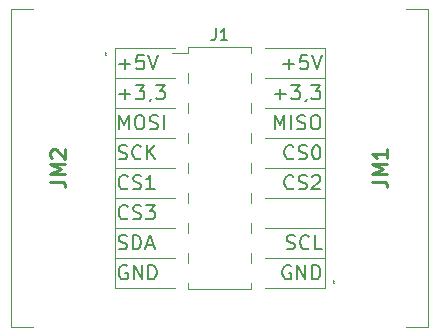
<source format=gbr>
%TF.GenerationSoftware,KiCad,Pcbnew,9.0.3*%
%TF.CreationDate,2025-07-20T15:06:00+03:00*%
%TF.ProjectId,PMDBG-FFC20,504d4442-472d-4464-9643-32302e6b6963,rev?*%
%TF.SameCoordinates,Original*%
%TF.FileFunction,Legend,Top*%
%TF.FilePolarity,Positive*%
%FSLAX46Y46*%
G04 Gerber Fmt 4.6, Leading zero omitted, Abs format (unit mm)*
G04 Created by KiCad (PCBNEW 9.0.3) date 2025-07-20 15:06:00*
%MOMM*%
%LPD*%
G01*
G04 APERTURE LIST*
%ADD10C,0.100000*%
%ADD11C,0.200000*%
%ADD12C,0.150000*%
%ADD13C,0.254000*%
%ADD14C,0.120000*%
G04 APERTURE END LIST*
D10*
X3810000Y2540000D02*
X8890000Y2540000D01*
X-8890000Y10160000D02*
X-8890000Y-10160000D01*
X3810000Y-5080000D02*
X8890000Y-5080000D01*
X3810000Y7620000D02*
X8890000Y7620000D01*
X3810000Y-7620000D02*
X8890000Y-7620000D01*
X8890000Y10160000D02*
X8890000Y-10160000D01*
X-8890000Y-2540000D02*
X-3810000Y-2540000D01*
X-8890000Y-10160000D02*
X-3810000Y-10160000D01*
X-8890000Y7620000D02*
X-3810000Y7620000D01*
X-8890000Y2540000D02*
X-3810000Y2540000D01*
X3810000Y5080000D02*
X8890000Y5080000D01*
X-8890000Y-5080000D02*
X-3810000Y-5080000D01*
X-8890000Y10160000D02*
X-3810000Y10160000D01*
X-8890000Y5080000D02*
X-3810000Y5080000D01*
X3810000Y0D02*
X8890000Y0D01*
X3810000Y10160000D02*
X8890000Y10160000D01*
X-8890000Y0D02*
X-3810000Y0D01*
X3810000Y-2540000D02*
X8890000Y-2540000D01*
X-8890000Y-7620000D02*
X-3810000Y-7620000D01*
X3810000Y-10160000D02*
X8890000Y-10160000D01*
D11*
X-7786994Y-4240457D02*
X-7844137Y-4297600D01*
X-7844137Y-4297600D02*
X-8015565Y-4354742D01*
X-8015565Y-4354742D02*
X-8129851Y-4354742D01*
X-8129851Y-4354742D02*
X-8301280Y-4297600D01*
X-8301280Y-4297600D02*
X-8415565Y-4183314D01*
X-8415565Y-4183314D02*
X-8472708Y-4069028D01*
X-8472708Y-4069028D02*
X-8529851Y-3840457D01*
X-8529851Y-3840457D02*
X-8529851Y-3669028D01*
X-8529851Y-3669028D02*
X-8472708Y-3440457D01*
X-8472708Y-3440457D02*
X-8415565Y-3326171D01*
X-8415565Y-3326171D02*
X-8301280Y-3211885D01*
X-8301280Y-3211885D02*
X-8129851Y-3154742D01*
X-8129851Y-3154742D02*
X-8015565Y-3154742D01*
X-8015565Y-3154742D02*
X-7844137Y-3211885D01*
X-7844137Y-3211885D02*
X-7786994Y-3269028D01*
X-7329851Y-4297600D02*
X-7158422Y-4354742D01*
X-7158422Y-4354742D02*
X-6872708Y-4354742D01*
X-6872708Y-4354742D02*
X-6758422Y-4297600D01*
X-6758422Y-4297600D02*
X-6701280Y-4240457D01*
X-6701280Y-4240457D02*
X-6644137Y-4126171D01*
X-6644137Y-4126171D02*
X-6644137Y-4011885D01*
X-6644137Y-4011885D02*
X-6701280Y-3897600D01*
X-6701280Y-3897600D02*
X-6758422Y-3840457D01*
X-6758422Y-3840457D02*
X-6872708Y-3783314D01*
X-6872708Y-3783314D02*
X-7101280Y-3726171D01*
X-7101280Y-3726171D02*
X-7215565Y-3669028D01*
X-7215565Y-3669028D02*
X-7272708Y-3611885D01*
X-7272708Y-3611885D02*
X-7329851Y-3497600D01*
X-7329851Y-3497600D02*
X-7329851Y-3383314D01*
X-7329851Y-3383314D02*
X-7272708Y-3269028D01*
X-7272708Y-3269028D02*
X-7215565Y-3211885D01*
X-7215565Y-3211885D02*
X-7101280Y-3154742D01*
X-7101280Y-3154742D02*
X-6815565Y-3154742D01*
X-6815565Y-3154742D02*
X-6644137Y-3211885D01*
X-6244137Y-3154742D02*
X-5501280Y-3154742D01*
X-5501280Y-3154742D02*
X-5901280Y-3611885D01*
X-5901280Y-3611885D02*
X-5729851Y-3611885D01*
X-5729851Y-3611885D02*
X-5615565Y-3669028D01*
X-5615565Y-3669028D02*
X-5558423Y-3726171D01*
X-5558423Y-3726171D02*
X-5501280Y-3840457D01*
X-5501280Y-3840457D02*
X-5501280Y-4126171D01*
X-5501280Y-4126171D02*
X-5558423Y-4240457D01*
X-5558423Y-4240457D02*
X-5615565Y-4297600D01*
X-5615565Y-4297600D02*
X-5729851Y-4354742D01*
X-5729851Y-4354742D02*
X-6072708Y-4354742D01*
X-6072708Y-4354742D02*
X-6186994Y-4297600D01*
X-6186994Y-4297600D02*
X-6244137Y-4240457D01*
X4701278Y3265258D02*
X4701278Y4465258D01*
X4701278Y4465258D02*
X5101278Y3608115D01*
X5101278Y3608115D02*
X5501278Y4465258D01*
X5501278Y4465258D02*
X5501278Y3265258D01*
X6072707Y3265258D02*
X6072707Y4465258D01*
X6586993Y3322400D02*
X6758422Y3265258D01*
X6758422Y3265258D02*
X7044136Y3265258D01*
X7044136Y3265258D02*
X7158422Y3322400D01*
X7158422Y3322400D02*
X7215564Y3379543D01*
X7215564Y3379543D02*
X7272707Y3493829D01*
X7272707Y3493829D02*
X7272707Y3608115D01*
X7272707Y3608115D02*
X7215564Y3722400D01*
X7215564Y3722400D02*
X7158422Y3779543D01*
X7158422Y3779543D02*
X7044136Y3836686D01*
X7044136Y3836686D02*
X6815564Y3893829D01*
X6815564Y3893829D02*
X6701279Y3950972D01*
X6701279Y3950972D02*
X6644136Y4008115D01*
X6644136Y4008115D02*
X6586993Y4122400D01*
X6586993Y4122400D02*
X6586993Y4236686D01*
X6586993Y4236686D02*
X6644136Y4350972D01*
X6644136Y4350972D02*
X6701279Y4408115D01*
X6701279Y4408115D02*
X6815564Y4465258D01*
X6815564Y4465258D02*
X7101279Y4465258D01*
X7101279Y4465258D02*
X7272707Y4408115D01*
X8015564Y4465258D02*
X8244136Y4465258D01*
X8244136Y4465258D02*
X8358421Y4408115D01*
X8358421Y4408115D02*
X8472707Y4293829D01*
X8472707Y4293829D02*
X8529850Y4065258D01*
X8529850Y4065258D02*
X8529850Y3665258D01*
X8529850Y3665258D02*
X8472707Y3436686D01*
X8472707Y3436686D02*
X8358421Y3322400D01*
X8358421Y3322400D02*
X8244136Y3265258D01*
X8244136Y3265258D02*
X8015564Y3265258D01*
X8015564Y3265258D02*
X7901279Y3322400D01*
X7901279Y3322400D02*
X7786993Y3436686D01*
X7786993Y3436686D02*
X7729850Y3665258D01*
X7729850Y3665258D02*
X7729850Y4065258D01*
X7729850Y4065258D02*
X7786993Y4293829D01*
X7786993Y4293829D02*
X7901279Y4408115D01*
X7901279Y4408115D02*
X8015564Y4465258D01*
X-8529851Y-6837600D02*
X-8358422Y-6894742D01*
X-8358422Y-6894742D02*
X-8072708Y-6894742D01*
X-8072708Y-6894742D02*
X-7958422Y-6837600D01*
X-7958422Y-6837600D02*
X-7901280Y-6780457D01*
X-7901280Y-6780457D02*
X-7844137Y-6666171D01*
X-7844137Y-6666171D02*
X-7844137Y-6551885D01*
X-7844137Y-6551885D02*
X-7901280Y-6437600D01*
X-7901280Y-6437600D02*
X-7958422Y-6380457D01*
X-7958422Y-6380457D02*
X-8072708Y-6323314D01*
X-8072708Y-6323314D02*
X-8301280Y-6266171D01*
X-8301280Y-6266171D02*
X-8415565Y-6209028D01*
X-8415565Y-6209028D02*
X-8472708Y-6151885D01*
X-8472708Y-6151885D02*
X-8529851Y-6037600D01*
X-8529851Y-6037600D02*
X-8529851Y-5923314D01*
X-8529851Y-5923314D02*
X-8472708Y-5809028D01*
X-8472708Y-5809028D02*
X-8415565Y-5751885D01*
X-8415565Y-5751885D02*
X-8301280Y-5694742D01*
X-8301280Y-5694742D02*
X-8015565Y-5694742D01*
X-8015565Y-5694742D02*
X-7844137Y-5751885D01*
X-7329851Y-6894742D02*
X-7329851Y-5694742D01*
X-7329851Y-5694742D02*
X-7044137Y-5694742D01*
X-7044137Y-5694742D02*
X-6872708Y-5751885D01*
X-6872708Y-5751885D02*
X-6758423Y-5866171D01*
X-6758423Y-5866171D02*
X-6701280Y-5980457D01*
X-6701280Y-5980457D02*
X-6644137Y-6209028D01*
X-6644137Y-6209028D02*
X-6644137Y-6380457D01*
X-6644137Y-6380457D02*
X-6701280Y-6609028D01*
X-6701280Y-6609028D02*
X-6758423Y-6723314D01*
X-6758423Y-6723314D02*
X-6872708Y-6837600D01*
X-6872708Y-6837600D02*
X-7044137Y-6894742D01*
X-7044137Y-6894742D02*
X-7329851Y-6894742D01*
X-6186994Y-6551885D02*
X-5615565Y-6551885D01*
X-6301280Y-6894742D02*
X-5901280Y-5694742D01*
X-5901280Y-5694742D02*
X-5501280Y-6894742D01*
X-8472708Y6262400D02*
X-7558422Y6262400D01*
X-8015565Y5805258D02*
X-8015565Y6719543D01*
X-7101280Y7005258D02*
X-6358423Y7005258D01*
X-6358423Y7005258D02*
X-6758423Y6548115D01*
X-6758423Y6548115D02*
X-6586994Y6548115D01*
X-6586994Y6548115D02*
X-6472708Y6490972D01*
X-6472708Y6490972D02*
X-6415566Y6433829D01*
X-6415566Y6433829D02*
X-6358423Y6319543D01*
X-6358423Y6319543D02*
X-6358423Y6033829D01*
X-6358423Y6033829D02*
X-6415566Y5919543D01*
X-6415566Y5919543D02*
X-6472708Y5862400D01*
X-6472708Y5862400D02*
X-6586994Y5805258D01*
X-6586994Y5805258D02*
X-6929851Y5805258D01*
X-6929851Y5805258D02*
X-7044137Y5862400D01*
X-7044137Y5862400D02*
X-7101280Y5919543D01*
X-5786994Y5862400D02*
X-5786994Y5805258D01*
X-5786994Y5805258D02*
X-5844137Y5690972D01*
X-5844137Y5690972D02*
X-5901280Y5633829D01*
X-5386994Y7005258D02*
X-4644137Y7005258D01*
X-4644137Y7005258D02*
X-5044137Y6548115D01*
X-5044137Y6548115D02*
X-4872708Y6548115D01*
X-4872708Y6548115D02*
X-4758422Y6490972D01*
X-4758422Y6490972D02*
X-4701280Y6433829D01*
X-4701280Y6433829D02*
X-4644137Y6319543D01*
X-4644137Y6319543D02*
X-4644137Y6033829D01*
X-4644137Y6033829D02*
X-4701280Y5919543D01*
X-4701280Y5919543D02*
X-4758422Y5862400D01*
X-4758422Y5862400D02*
X-4872708Y5805258D01*
X-4872708Y5805258D02*
X-5215565Y5805258D01*
X-5215565Y5805258D02*
X-5329851Y5862400D01*
X-5329851Y5862400D02*
X-5386994Y5919543D01*
X-7786994Y-1700457D02*
X-7844137Y-1757600D01*
X-7844137Y-1757600D02*
X-8015565Y-1814742D01*
X-8015565Y-1814742D02*
X-8129851Y-1814742D01*
X-8129851Y-1814742D02*
X-8301280Y-1757600D01*
X-8301280Y-1757600D02*
X-8415565Y-1643314D01*
X-8415565Y-1643314D02*
X-8472708Y-1529028D01*
X-8472708Y-1529028D02*
X-8529851Y-1300457D01*
X-8529851Y-1300457D02*
X-8529851Y-1129028D01*
X-8529851Y-1129028D02*
X-8472708Y-900457D01*
X-8472708Y-900457D02*
X-8415565Y-786171D01*
X-8415565Y-786171D02*
X-8301280Y-671885D01*
X-8301280Y-671885D02*
X-8129851Y-614742D01*
X-8129851Y-614742D02*
X-8015565Y-614742D01*
X-8015565Y-614742D02*
X-7844137Y-671885D01*
X-7844137Y-671885D02*
X-7786994Y-729028D01*
X-7329851Y-1757600D02*
X-7158422Y-1814742D01*
X-7158422Y-1814742D02*
X-6872708Y-1814742D01*
X-6872708Y-1814742D02*
X-6758422Y-1757600D01*
X-6758422Y-1757600D02*
X-6701280Y-1700457D01*
X-6701280Y-1700457D02*
X-6644137Y-1586171D01*
X-6644137Y-1586171D02*
X-6644137Y-1471885D01*
X-6644137Y-1471885D02*
X-6701280Y-1357600D01*
X-6701280Y-1357600D02*
X-6758422Y-1300457D01*
X-6758422Y-1300457D02*
X-6872708Y-1243314D01*
X-6872708Y-1243314D02*
X-7101280Y-1186171D01*
X-7101280Y-1186171D02*
X-7215565Y-1129028D01*
X-7215565Y-1129028D02*
X-7272708Y-1071885D01*
X-7272708Y-1071885D02*
X-7329851Y-957600D01*
X-7329851Y-957600D02*
X-7329851Y-843314D01*
X-7329851Y-843314D02*
X-7272708Y-729028D01*
X-7272708Y-729028D02*
X-7215565Y-671885D01*
X-7215565Y-671885D02*
X-7101280Y-614742D01*
X-7101280Y-614742D02*
X-6815565Y-614742D01*
X-6815565Y-614742D02*
X-6644137Y-671885D01*
X-5501280Y-1814742D02*
X-6186994Y-1814742D01*
X-5844137Y-1814742D02*
X-5844137Y-614742D01*
X-5844137Y-614742D02*
X-5958423Y-786171D01*
X-5958423Y-786171D02*
X-6072708Y-900457D01*
X-6072708Y-900457D02*
X-6186994Y-957600D01*
X6244136Y839543D02*
X6186993Y782400D01*
X6186993Y782400D02*
X6015565Y725258D01*
X6015565Y725258D02*
X5901279Y725258D01*
X5901279Y725258D02*
X5729850Y782400D01*
X5729850Y782400D02*
X5615565Y896686D01*
X5615565Y896686D02*
X5558422Y1010972D01*
X5558422Y1010972D02*
X5501279Y1239543D01*
X5501279Y1239543D02*
X5501279Y1410972D01*
X5501279Y1410972D02*
X5558422Y1639543D01*
X5558422Y1639543D02*
X5615565Y1753829D01*
X5615565Y1753829D02*
X5729850Y1868115D01*
X5729850Y1868115D02*
X5901279Y1925258D01*
X5901279Y1925258D02*
X6015565Y1925258D01*
X6015565Y1925258D02*
X6186993Y1868115D01*
X6186993Y1868115D02*
X6244136Y1810972D01*
X6701279Y782400D02*
X6872708Y725258D01*
X6872708Y725258D02*
X7158422Y725258D01*
X7158422Y725258D02*
X7272708Y782400D01*
X7272708Y782400D02*
X7329850Y839543D01*
X7329850Y839543D02*
X7386993Y953829D01*
X7386993Y953829D02*
X7386993Y1068115D01*
X7386993Y1068115D02*
X7329850Y1182400D01*
X7329850Y1182400D02*
X7272708Y1239543D01*
X7272708Y1239543D02*
X7158422Y1296686D01*
X7158422Y1296686D02*
X6929850Y1353829D01*
X6929850Y1353829D02*
X6815565Y1410972D01*
X6815565Y1410972D02*
X6758422Y1468115D01*
X6758422Y1468115D02*
X6701279Y1582400D01*
X6701279Y1582400D02*
X6701279Y1696686D01*
X6701279Y1696686D02*
X6758422Y1810972D01*
X6758422Y1810972D02*
X6815565Y1868115D01*
X6815565Y1868115D02*
X6929850Y1925258D01*
X6929850Y1925258D02*
X7215565Y1925258D01*
X7215565Y1925258D02*
X7386993Y1868115D01*
X8129850Y1925258D02*
X8244136Y1925258D01*
X8244136Y1925258D02*
X8358422Y1868115D01*
X8358422Y1868115D02*
X8415565Y1810972D01*
X8415565Y1810972D02*
X8472707Y1696686D01*
X8472707Y1696686D02*
X8529850Y1468115D01*
X8529850Y1468115D02*
X8529850Y1182400D01*
X8529850Y1182400D02*
X8472707Y953829D01*
X8472707Y953829D02*
X8415565Y839543D01*
X8415565Y839543D02*
X8358422Y782400D01*
X8358422Y782400D02*
X8244136Y725258D01*
X8244136Y725258D02*
X8129850Y725258D01*
X8129850Y725258D02*
X8015565Y782400D01*
X8015565Y782400D02*
X7958422Y839543D01*
X7958422Y839543D02*
X7901279Y953829D01*
X7901279Y953829D02*
X7844136Y1182400D01*
X7844136Y1182400D02*
X7844136Y1468115D01*
X7844136Y1468115D02*
X7901279Y1696686D01*
X7901279Y1696686D02*
X7958422Y1810972D01*
X7958422Y1810972D02*
X8015565Y1868115D01*
X8015565Y1868115D02*
X8129850Y1925258D01*
X-8472708Y3265258D02*
X-8472708Y4465258D01*
X-8472708Y4465258D02*
X-8072708Y3608115D01*
X-8072708Y3608115D02*
X-7672708Y4465258D01*
X-7672708Y4465258D02*
X-7672708Y3265258D01*
X-6872708Y4465258D02*
X-6644136Y4465258D01*
X-6644136Y4465258D02*
X-6529851Y4408115D01*
X-6529851Y4408115D02*
X-6415565Y4293829D01*
X-6415565Y4293829D02*
X-6358422Y4065258D01*
X-6358422Y4065258D02*
X-6358422Y3665258D01*
X-6358422Y3665258D02*
X-6415565Y3436686D01*
X-6415565Y3436686D02*
X-6529851Y3322400D01*
X-6529851Y3322400D02*
X-6644136Y3265258D01*
X-6644136Y3265258D02*
X-6872708Y3265258D01*
X-6872708Y3265258D02*
X-6986993Y3322400D01*
X-6986993Y3322400D02*
X-7101279Y3436686D01*
X-7101279Y3436686D02*
X-7158422Y3665258D01*
X-7158422Y3665258D02*
X-7158422Y4065258D01*
X-7158422Y4065258D02*
X-7101279Y4293829D01*
X-7101279Y4293829D02*
X-6986993Y4408115D01*
X-6986993Y4408115D02*
X-6872708Y4465258D01*
X-5901279Y3322400D02*
X-5729850Y3265258D01*
X-5729850Y3265258D02*
X-5444136Y3265258D01*
X-5444136Y3265258D02*
X-5329850Y3322400D01*
X-5329850Y3322400D02*
X-5272708Y3379543D01*
X-5272708Y3379543D02*
X-5215565Y3493829D01*
X-5215565Y3493829D02*
X-5215565Y3608115D01*
X-5215565Y3608115D02*
X-5272708Y3722400D01*
X-5272708Y3722400D02*
X-5329850Y3779543D01*
X-5329850Y3779543D02*
X-5444136Y3836686D01*
X-5444136Y3836686D02*
X-5672708Y3893829D01*
X-5672708Y3893829D02*
X-5786993Y3950972D01*
X-5786993Y3950972D02*
X-5844136Y4008115D01*
X-5844136Y4008115D02*
X-5901279Y4122400D01*
X-5901279Y4122400D02*
X-5901279Y4236686D01*
X-5901279Y4236686D02*
X-5844136Y4350972D01*
X-5844136Y4350972D02*
X-5786993Y4408115D01*
X-5786993Y4408115D02*
X-5672708Y4465258D01*
X-5672708Y4465258D02*
X-5386993Y4465258D01*
X-5386993Y4465258D02*
X-5215565Y4408115D01*
X-4701279Y3265258D02*
X-4701279Y4465258D01*
X4701279Y6262400D02*
X5615565Y6262400D01*
X5158422Y5805258D02*
X5158422Y6719543D01*
X6072707Y7005258D02*
X6815564Y7005258D01*
X6815564Y7005258D02*
X6415564Y6548115D01*
X6415564Y6548115D02*
X6586993Y6548115D01*
X6586993Y6548115D02*
X6701279Y6490972D01*
X6701279Y6490972D02*
X6758421Y6433829D01*
X6758421Y6433829D02*
X6815564Y6319543D01*
X6815564Y6319543D02*
X6815564Y6033829D01*
X6815564Y6033829D02*
X6758421Y5919543D01*
X6758421Y5919543D02*
X6701279Y5862400D01*
X6701279Y5862400D02*
X6586993Y5805258D01*
X6586993Y5805258D02*
X6244136Y5805258D01*
X6244136Y5805258D02*
X6129850Y5862400D01*
X6129850Y5862400D02*
X6072707Y5919543D01*
X7386993Y5862400D02*
X7386993Y5805258D01*
X7386993Y5805258D02*
X7329850Y5690972D01*
X7329850Y5690972D02*
X7272707Y5633829D01*
X7786993Y7005258D02*
X8529850Y7005258D01*
X8529850Y7005258D02*
X8129850Y6548115D01*
X8129850Y6548115D02*
X8301279Y6548115D01*
X8301279Y6548115D02*
X8415565Y6490972D01*
X8415565Y6490972D02*
X8472707Y6433829D01*
X8472707Y6433829D02*
X8529850Y6319543D01*
X8529850Y6319543D02*
X8529850Y6033829D01*
X8529850Y6033829D02*
X8472707Y5919543D01*
X8472707Y5919543D02*
X8415565Y5862400D01*
X8415565Y5862400D02*
X8301279Y5805258D01*
X8301279Y5805258D02*
X7958422Y5805258D01*
X7958422Y5805258D02*
X7844136Y5862400D01*
X7844136Y5862400D02*
X7786993Y5919543D01*
X6244136Y-1700457D02*
X6186993Y-1757600D01*
X6186993Y-1757600D02*
X6015565Y-1814742D01*
X6015565Y-1814742D02*
X5901279Y-1814742D01*
X5901279Y-1814742D02*
X5729850Y-1757600D01*
X5729850Y-1757600D02*
X5615565Y-1643314D01*
X5615565Y-1643314D02*
X5558422Y-1529028D01*
X5558422Y-1529028D02*
X5501279Y-1300457D01*
X5501279Y-1300457D02*
X5501279Y-1129028D01*
X5501279Y-1129028D02*
X5558422Y-900457D01*
X5558422Y-900457D02*
X5615565Y-786171D01*
X5615565Y-786171D02*
X5729850Y-671885D01*
X5729850Y-671885D02*
X5901279Y-614742D01*
X5901279Y-614742D02*
X6015565Y-614742D01*
X6015565Y-614742D02*
X6186993Y-671885D01*
X6186993Y-671885D02*
X6244136Y-729028D01*
X6701279Y-1757600D02*
X6872708Y-1814742D01*
X6872708Y-1814742D02*
X7158422Y-1814742D01*
X7158422Y-1814742D02*
X7272708Y-1757600D01*
X7272708Y-1757600D02*
X7329850Y-1700457D01*
X7329850Y-1700457D02*
X7386993Y-1586171D01*
X7386993Y-1586171D02*
X7386993Y-1471885D01*
X7386993Y-1471885D02*
X7329850Y-1357600D01*
X7329850Y-1357600D02*
X7272708Y-1300457D01*
X7272708Y-1300457D02*
X7158422Y-1243314D01*
X7158422Y-1243314D02*
X6929850Y-1186171D01*
X6929850Y-1186171D02*
X6815565Y-1129028D01*
X6815565Y-1129028D02*
X6758422Y-1071885D01*
X6758422Y-1071885D02*
X6701279Y-957600D01*
X6701279Y-957600D02*
X6701279Y-843314D01*
X6701279Y-843314D02*
X6758422Y-729028D01*
X6758422Y-729028D02*
X6815565Y-671885D01*
X6815565Y-671885D02*
X6929850Y-614742D01*
X6929850Y-614742D02*
X7215565Y-614742D01*
X7215565Y-614742D02*
X7386993Y-671885D01*
X7844136Y-729028D02*
X7901279Y-671885D01*
X7901279Y-671885D02*
X8015565Y-614742D01*
X8015565Y-614742D02*
X8301279Y-614742D01*
X8301279Y-614742D02*
X8415565Y-671885D01*
X8415565Y-671885D02*
X8472707Y-729028D01*
X8472707Y-729028D02*
X8529850Y-843314D01*
X8529850Y-843314D02*
X8529850Y-957600D01*
X8529850Y-957600D02*
X8472707Y-1129028D01*
X8472707Y-1129028D02*
X7786993Y-1814742D01*
X7786993Y-1814742D02*
X8529850Y-1814742D01*
X5672707Y-6837600D02*
X5844136Y-6894742D01*
X5844136Y-6894742D02*
X6129850Y-6894742D01*
X6129850Y-6894742D02*
X6244136Y-6837600D01*
X6244136Y-6837600D02*
X6301278Y-6780457D01*
X6301278Y-6780457D02*
X6358421Y-6666171D01*
X6358421Y-6666171D02*
X6358421Y-6551885D01*
X6358421Y-6551885D02*
X6301278Y-6437600D01*
X6301278Y-6437600D02*
X6244136Y-6380457D01*
X6244136Y-6380457D02*
X6129850Y-6323314D01*
X6129850Y-6323314D02*
X5901278Y-6266171D01*
X5901278Y-6266171D02*
X5786993Y-6209028D01*
X5786993Y-6209028D02*
X5729850Y-6151885D01*
X5729850Y-6151885D02*
X5672707Y-6037600D01*
X5672707Y-6037600D02*
X5672707Y-5923314D01*
X5672707Y-5923314D02*
X5729850Y-5809028D01*
X5729850Y-5809028D02*
X5786993Y-5751885D01*
X5786993Y-5751885D02*
X5901278Y-5694742D01*
X5901278Y-5694742D02*
X6186993Y-5694742D01*
X6186993Y-5694742D02*
X6358421Y-5751885D01*
X7558421Y-6780457D02*
X7501278Y-6837600D01*
X7501278Y-6837600D02*
X7329850Y-6894742D01*
X7329850Y-6894742D02*
X7215564Y-6894742D01*
X7215564Y-6894742D02*
X7044135Y-6837600D01*
X7044135Y-6837600D02*
X6929850Y-6723314D01*
X6929850Y-6723314D02*
X6872707Y-6609028D01*
X6872707Y-6609028D02*
X6815564Y-6380457D01*
X6815564Y-6380457D02*
X6815564Y-6209028D01*
X6815564Y-6209028D02*
X6872707Y-5980457D01*
X6872707Y-5980457D02*
X6929850Y-5866171D01*
X6929850Y-5866171D02*
X7044135Y-5751885D01*
X7044135Y-5751885D02*
X7215564Y-5694742D01*
X7215564Y-5694742D02*
X7329850Y-5694742D01*
X7329850Y-5694742D02*
X7501278Y-5751885D01*
X7501278Y-5751885D02*
X7558421Y-5809028D01*
X8644135Y-6894742D02*
X8072707Y-6894742D01*
X8072707Y-6894742D02*
X8072707Y-5694742D01*
X6015564Y-8291885D02*
X5901279Y-8234742D01*
X5901279Y-8234742D02*
X5729850Y-8234742D01*
X5729850Y-8234742D02*
X5558421Y-8291885D01*
X5558421Y-8291885D02*
X5444136Y-8406171D01*
X5444136Y-8406171D02*
X5386993Y-8520457D01*
X5386993Y-8520457D02*
X5329850Y-8749028D01*
X5329850Y-8749028D02*
X5329850Y-8920457D01*
X5329850Y-8920457D02*
X5386993Y-9149028D01*
X5386993Y-9149028D02*
X5444136Y-9263314D01*
X5444136Y-9263314D02*
X5558421Y-9377600D01*
X5558421Y-9377600D02*
X5729850Y-9434742D01*
X5729850Y-9434742D02*
X5844136Y-9434742D01*
X5844136Y-9434742D02*
X6015564Y-9377600D01*
X6015564Y-9377600D02*
X6072707Y-9320457D01*
X6072707Y-9320457D02*
X6072707Y-8920457D01*
X6072707Y-8920457D02*
X5844136Y-8920457D01*
X6586993Y-9434742D02*
X6586993Y-8234742D01*
X6586993Y-8234742D02*
X7272707Y-9434742D01*
X7272707Y-9434742D02*
X7272707Y-8234742D01*
X7844136Y-9434742D02*
X7844136Y-8234742D01*
X7844136Y-8234742D02*
X8129850Y-8234742D01*
X8129850Y-8234742D02*
X8301279Y-8291885D01*
X8301279Y-8291885D02*
X8415564Y-8406171D01*
X8415564Y-8406171D02*
X8472707Y-8520457D01*
X8472707Y-8520457D02*
X8529850Y-8749028D01*
X8529850Y-8749028D02*
X8529850Y-8920457D01*
X8529850Y-8920457D02*
X8472707Y-9149028D01*
X8472707Y-9149028D02*
X8415564Y-9263314D01*
X8415564Y-9263314D02*
X8301279Y-9377600D01*
X8301279Y-9377600D02*
X8129850Y-9434742D01*
X8129850Y-9434742D02*
X7844136Y-9434742D01*
X-7844137Y-8291885D02*
X-7958422Y-8234742D01*
X-7958422Y-8234742D02*
X-8129851Y-8234742D01*
X-8129851Y-8234742D02*
X-8301280Y-8291885D01*
X-8301280Y-8291885D02*
X-8415565Y-8406171D01*
X-8415565Y-8406171D02*
X-8472708Y-8520457D01*
X-8472708Y-8520457D02*
X-8529851Y-8749028D01*
X-8529851Y-8749028D02*
X-8529851Y-8920457D01*
X-8529851Y-8920457D02*
X-8472708Y-9149028D01*
X-8472708Y-9149028D02*
X-8415565Y-9263314D01*
X-8415565Y-9263314D02*
X-8301280Y-9377600D01*
X-8301280Y-9377600D02*
X-8129851Y-9434742D01*
X-8129851Y-9434742D02*
X-8015565Y-9434742D01*
X-8015565Y-9434742D02*
X-7844137Y-9377600D01*
X-7844137Y-9377600D02*
X-7786994Y-9320457D01*
X-7786994Y-9320457D02*
X-7786994Y-8920457D01*
X-7786994Y-8920457D02*
X-8015565Y-8920457D01*
X-7272708Y-9434742D02*
X-7272708Y-8234742D01*
X-7272708Y-8234742D02*
X-6586994Y-9434742D01*
X-6586994Y-9434742D02*
X-6586994Y-8234742D01*
X-6015565Y-9434742D02*
X-6015565Y-8234742D01*
X-6015565Y-8234742D02*
X-5729851Y-8234742D01*
X-5729851Y-8234742D02*
X-5558422Y-8291885D01*
X-5558422Y-8291885D02*
X-5444137Y-8406171D01*
X-5444137Y-8406171D02*
X-5386994Y-8520457D01*
X-5386994Y-8520457D02*
X-5329851Y-8749028D01*
X-5329851Y-8749028D02*
X-5329851Y-8920457D01*
X-5329851Y-8920457D02*
X-5386994Y-9149028D01*
X-5386994Y-9149028D02*
X-5444137Y-9263314D01*
X-5444137Y-9263314D02*
X-5558422Y-9377600D01*
X-5558422Y-9377600D02*
X-5729851Y-9434742D01*
X-5729851Y-9434742D02*
X-6015565Y-9434742D01*
X-8529851Y782400D02*
X-8358422Y725258D01*
X-8358422Y725258D02*
X-8072708Y725258D01*
X-8072708Y725258D02*
X-7958422Y782400D01*
X-7958422Y782400D02*
X-7901280Y839543D01*
X-7901280Y839543D02*
X-7844137Y953829D01*
X-7844137Y953829D02*
X-7844137Y1068115D01*
X-7844137Y1068115D02*
X-7901280Y1182400D01*
X-7901280Y1182400D02*
X-7958422Y1239543D01*
X-7958422Y1239543D02*
X-8072708Y1296686D01*
X-8072708Y1296686D02*
X-8301280Y1353829D01*
X-8301280Y1353829D02*
X-8415565Y1410972D01*
X-8415565Y1410972D02*
X-8472708Y1468115D01*
X-8472708Y1468115D02*
X-8529851Y1582400D01*
X-8529851Y1582400D02*
X-8529851Y1696686D01*
X-8529851Y1696686D02*
X-8472708Y1810972D01*
X-8472708Y1810972D02*
X-8415565Y1868115D01*
X-8415565Y1868115D02*
X-8301280Y1925258D01*
X-8301280Y1925258D02*
X-8015565Y1925258D01*
X-8015565Y1925258D02*
X-7844137Y1868115D01*
X-6644137Y839543D02*
X-6701280Y782400D01*
X-6701280Y782400D02*
X-6872708Y725258D01*
X-6872708Y725258D02*
X-6986994Y725258D01*
X-6986994Y725258D02*
X-7158423Y782400D01*
X-7158423Y782400D02*
X-7272708Y896686D01*
X-7272708Y896686D02*
X-7329851Y1010972D01*
X-7329851Y1010972D02*
X-7386994Y1239543D01*
X-7386994Y1239543D02*
X-7386994Y1410972D01*
X-7386994Y1410972D02*
X-7329851Y1639543D01*
X-7329851Y1639543D02*
X-7272708Y1753829D01*
X-7272708Y1753829D02*
X-7158423Y1868115D01*
X-7158423Y1868115D02*
X-6986994Y1925258D01*
X-6986994Y1925258D02*
X-6872708Y1925258D01*
X-6872708Y1925258D02*
X-6701280Y1868115D01*
X-6701280Y1868115D02*
X-6644137Y1810972D01*
X-6129851Y725258D02*
X-6129851Y1925258D01*
X-5444137Y725258D02*
X-5958423Y1410972D01*
X-5444137Y1925258D02*
X-6129851Y1239543D01*
X-8472708Y8802400D02*
X-7558422Y8802400D01*
X-8015565Y8345258D02*
X-8015565Y9259543D01*
X-6415566Y9545258D02*
X-6986994Y9545258D01*
X-6986994Y9545258D02*
X-7044137Y8973829D01*
X-7044137Y8973829D02*
X-6986994Y9030972D01*
X-6986994Y9030972D02*
X-6872708Y9088115D01*
X-6872708Y9088115D02*
X-6586994Y9088115D01*
X-6586994Y9088115D02*
X-6472708Y9030972D01*
X-6472708Y9030972D02*
X-6415566Y8973829D01*
X-6415566Y8973829D02*
X-6358423Y8859543D01*
X-6358423Y8859543D02*
X-6358423Y8573829D01*
X-6358423Y8573829D02*
X-6415566Y8459543D01*
X-6415566Y8459543D02*
X-6472708Y8402400D01*
X-6472708Y8402400D02*
X-6586994Y8345258D01*
X-6586994Y8345258D02*
X-6872708Y8345258D01*
X-6872708Y8345258D02*
X-6986994Y8402400D01*
X-6986994Y8402400D02*
X-7044137Y8459543D01*
X-6015566Y9545258D02*
X-5615566Y8345258D01*
X-5615566Y8345258D02*
X-5215566Y9545258D01*
X5386994Y8802400D02*
X6301280Y8802400D01*
X5844137Y8345258D02*
X5844137Y9259543D01*
X7444136Y9545258D02*
X6872708Y9545258D01*
X6872708Y9545258D02*
X6815565Y8973829D01*
X6815565Y8973829D02*
X6872708Y9030972D01*
X6872708Y9030972D02*
X6986994Y9088115D01*
X6986994Y9088115D02*
X7272708Y9088115D01*
X7272708Y9088115D02*
X7386994Y9030972D01*
X7386994Y9030972D02*
X7444136Y8973829D01*
X7444136Y8973829D02*
X7501279Y8859543D01*
X7501279Y8859543D02*
X7501279Y8573829D01*
X7501279Y8573829D02*
X7444136Y8459543D01*
X7444136Y8459543D02*
X7386994Y8402400D01*
X7386994Y8402400D02*
X7272708Y8345258D01*
X7272708Y8345258D02*
X6986994Y8345258D01*
X6986994Y8345258D02*
X6872708Y8402400D01*
X6872708Y8402400D02*
X6815565Y8459543D01*
X7844136Y9545258D02*
X8244136Y8345258D01*
X8244136Y8345258D02*
X8644136Y9545258D01*
D12*
X-333334Y11815181D02*
X-333334Y11100896D01*
X-333334Y11100896D02*
X-380953Y10958039D01*
X-380953Y10958039D02*
X-476191Y10862800D01*
X-476191Y10862800D02*
X-619048Y10815181D01*
X-619048Y10815181D02*
X-714286Y10815181D01*
X666666Y10815181D02*
X95238Y10815181D01*
X380952Y10815181D02*
X380952Y11815181D01*
X380952Y11815181D02*
X285714Y11672324D01*
X285714Y11672324D02*
X190476Y11577086D01*
X190476Y11577086D02*
X95238Y11529467D01*
D13*
X-14321682Y-1149047D02*
X-13414539Y-1149047D01*
X-13414539Y-1149047D02*
X-13233111Y-1209524D01*
X-13233111Y-1209524D02*
X-13112158Y-1330476D01*
X-13112158Y-1330476D02*
X-13051682Y-1511905D01*
X-13051682Y-1511905D02*
X-13051682Y-1632857D01*
X-13051682Y-544286D02*
X-14321682Y-544286D01*
X-14321682Y-544286D02*
X-13414539Y-120952D01*
X-13414539Y-120952D02*
X-14321682Y302381D01*
X-14321682Y302381D02*
X-13051682Y302381D01*
X-14200730Y846667D02*
X-14261206Y907143D01*
X-14261206Y907143D02*
X-14321682Y1028096D01*
X-14321682Y1028096D02*
X-14321682Y1330477D01*
X-14321682Y1330477D02*
X-14261206Y1451429D01*
X-14261206Y1451429D02*
X-14200730Y1511905D01*
X-14200730Y1511905D02*
X-14079778Y1572382D01*
X-14079778Y1572382D02*
X-13958825Y1572382D01*
X-13958825Y1572382D02*
X-13777397Y1511905D01*
X-13777397Y1511905D02*
X-13051682Y786191D01*
X-13051682Y786191D02*
X-13051682Y1572382D01*
X12930318Y-1149047D02*
X13837461Y-1149047D01*
X13837461Y-1149047D02*
X14018889Y-1209524D01*
X14018889Y-1209524D02*
X14139842Y-1330476D01*
X14139842Y-1330476D02*
X14200318Y-1511905D01*
X14200318Y-1511905D02*
X14200318Y-1632857D01*
X14200318Y-544286D02*
X12930318Y-544286D01*
X12930318Y-544286D02*
X13837461Y-120952D01*
X13837461Y-120952D02*
X12930318Y302381D01*
X12930318Y302381D02*
X14200318Y302381D01*
X14200318Y1572382D02*
X14200318Y846667D01*
X14200318Y1209524D02*
X12930318Y1209524D01*
X12930318Y1209524D02*
X13111746Y1088572D01*
X13111746Y1088572D02*
X13232699Y967620D01*
X13232699Y967620D02*
X13293175Y846667D01*
D14*
%TO.C,J1*%
X-4040000Y9700000D02*
X-2650000Y9700000D01*
X-2650000Y10270000D02*
X-2650000Y9700000D01*
X-2650000Y10270000D02*
X2650000Y10270000D01*
X-2650000Y8080000D02*
X-2650000Y7160000D01*
X-2650000Y5540000D02*
X-2650000Y4620000D01*
X-2650000Y3000000D02*
X-2650000Y2080000D01*
X-2650000Y460000D02*
X-2650000Y-460000D01*
X-2650000Y-2080000D02*
X-2650000Y-3000000D01*
X-2650000Y-4620000D02*
X-2650000Y-5540000D01*
X-2650000Y-7160000D02*
X-2650000Y-8080000D01*
X-2650000Y-9700000D02*
X-2650000Y-10270000D01*
X-2650000Y-10270000D02*
X2650000Y-10270000D01*
X2650000Y10270000D02*
X2650000Y9700000D01*
X2650000Y8080000D02*
X2650000Y7160000D01*
X2650000Y5540000D02*
X2650000Y4620000D01*
X2650000Y3000000D02*
X2650000Y2080000D01*
X2650000Y460000D02*
X2650000Y-460000D01*
X2650000Y-2080000D02*
X2650000Y-3000000D01*
X2650000Y-4620000D02*
X2650000Y-5540000D01*
X2650000Y-7160000D02*
X2650000Y-8080000D01*
X2650000Y-9700000D02*
X2650000Y-10270000D01*
D10*
%TO.C,JM2*%
X-17650000Y13500000D02*
X-17650000Y13500000D01*
X-17650000Y13500000D02*
X-17650000Y13500000D01*
X-17650000Y13500000D02*
X-17650000Y-13500000D01*
X-17650000Y13500000D02*
X-15802000Y13500000D01*
X-17650000Y-13500000D02*
X-17650000Y13500000D01*
X-17650000Y-13500000D02*
X-17650000Y-13500000D01*
X-17650000Y-13500000D02*
X-17650000Y-13500000D01*
X-17650000Y-13500000D02*
X-15802000Y-13500000D01*
X-15802000Y13500000D02*
X-17650000Y13500000D01*
X-15802000Y13500000D02*
X-15802000Y13500000D01*
X-15802000Y-13500000D02*
X-17650000Y-13500000D01*
X-15802000Y-13500000D02*
X-15802000Y-13500000D01*
D11*
X-9652000Y9700000D02*
X-9652000Y9700000D01*
X-9652000Y9700000D02*
X-9652000Y9700000D01*
X-9652000Y9600000D02*
X-9652000Y9600000D01*
X-9652000Y9700000D02*
G75*
G02*
X-9652000Y9600000I0J-50000D01*
G01*
X-9652000Y9600000D02*
G75*
G02*
X-9652000Y9700000I0J50000D01*
G01*
X-9652000Y9600000D02*
G75*
G02*
X-9652000Y9700000I0J50000D01*
G01*
%TO.C,JM1*%
X9652000Y-9600000D02*
X9652000Y-9600000D01*
X9652000Y-9700000D02*
X9652000Y-9700000D01*
X9652000Y-9700000D02*
X9652000Y-9700000D01*
D10*
X15802000Y13500000D02*
X15802000Y13500000D01*
X15802000Y13500000D02*
X17650000Y13500000D01*
X15802000Y-13500000D02*
X15802000Y-13500000D01*
X15802000Y-13500000D02*
X17650000Y-13500000D01*
X17650000Y13500000D02*
X15802000Y13500000D01*
X17650000Y13500000D02*
X17650000Y13500000D01*
X17650000Y13500000D02*
X17650000Y13500000D01*
X17650000Y13500000D02*
X17650000Y-13500000D01*
X17650000Y-13500000D02*
X15802000Y-13500000D01*
X17650000Y-13500000D02*
X17650000Y13500000D01*
X17650000Y-13500000D02*
X17650000Y-13500000D01*
X17650000Y-13500000D02*
X17650000Y-13500000D01*
D11*
X9652000Y-9600000D02*
G75*
G02*
X9652000Y-9700000I0J-50000D01*
G01*
X9652000Y-9600000D02*
G75*
G02*
X9652000Y-9700000I0J-50000D01*
G01*
X9652000Y-9700000D02*
G75*
G02*
X9652000Y-9600000I0J50000D01*
G01*
%TD*%
M02*

</source>
